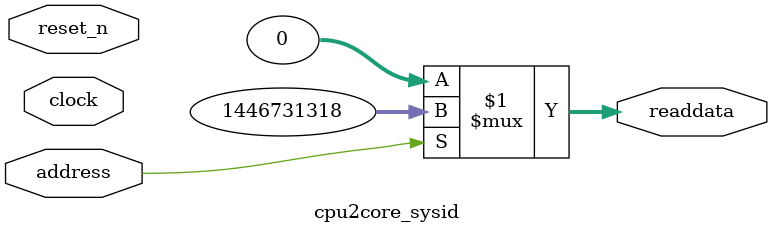
<source format=v>

`timescale 1ns / 1ps
// synthesis translate_on

// turn off superfluous verilog processor warnings 
// altera message_level Level1 
// altera message_off 10034 10035 10036 10037 10230 10240 10030 

module cpu2core_sysid (
               // inputs:
                address,
                clock,
                reset_n,

               // outputs:
                readdata
             )
;

  output  [ 31: 0] readdata;
  input            address;
  input            clock;
  input            reset_n;

  wire    [ 31: 0] readdata;
  //control_slave, which is an e_avalon_slave
  assign readdata = address ? 1446731318 : 0;

endmodule




</source>
